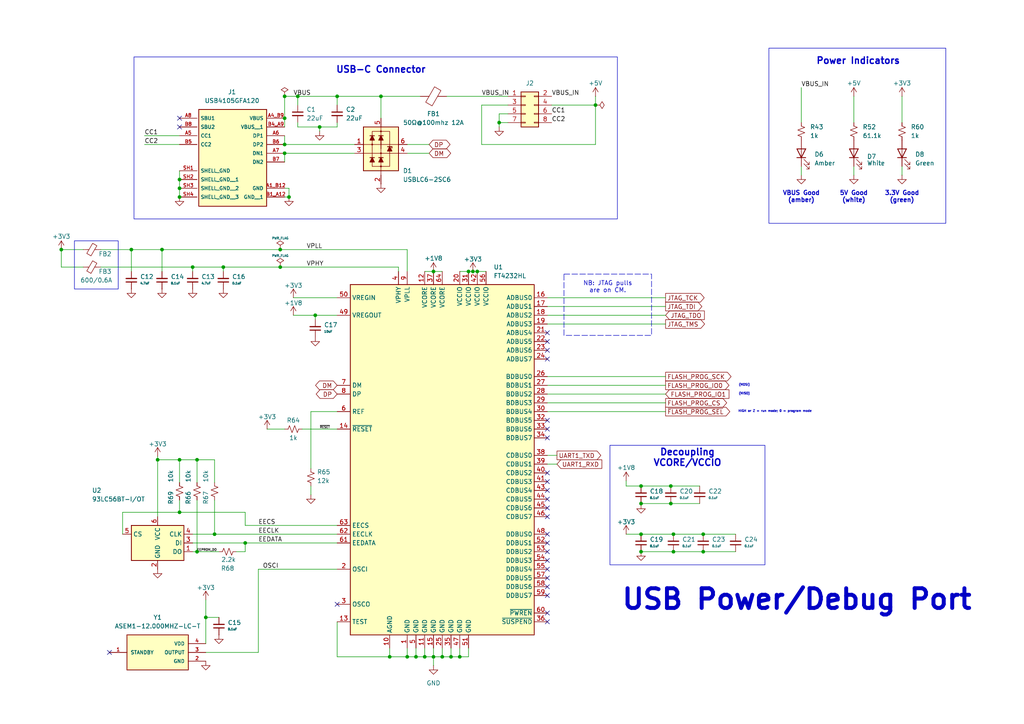
<source format=kicad_sch>
(kicad_sch (version 20231120) (generator "eeschema") (generator_version "8.0")
  (paper "A4")
  (junction (at 91.44 91.44))
  (junction (at 194.564 146.05))
  (junction (at 83.82 57.15))
  (junction (at 135.89 78.74))
  (junction (at 113.03 190.5))
  (junction (at 57.15 160.02))
  (junction (at 128.27 190.5))
  (junction (at 172.72 30.48))
  (junction (at 81.28 72.39))
  (junction (at 185.928 160.02))
  (junction (at 55.88 77.47))
  (junction (at 46.99 72.39))
  (junction (at 133.35 190.5))
  (junction (at 137.16 78.74))
  (junction (at 82.55 27.94))
  (junction (at 92.71 36.83))
  (junction (at 97.79 27.94))
  (junction (at 120.65 190.5))
  (junction (at 138.43 78.74))
  (junction (at 130.81 190.5))
  (junction (at 185.928 146.05))
  (junction (at 38.1 72.39))
  (junction (at 52.07 133.35))
  (junction (at 52.07 148.59))
  (junction (at 52.07 54.61))
  (junction (at 82.55 44.45))
  (junction (at 118.11 190.5))
  (junction (at 45.72 133.35))
  (junction (at 17.78 72.39))
  (junction (at 195.326 160.02))
  (junction (at 125.73 190.5))
  (junction (at 194.564 140.97))
  (junction (at 57.15 133.35))
  (junction (at 71.12 157.48))
  (junction (at 81.28 77.47))
  (junction (at 203.962 154.94))
  (junction (at 52.07 57.15))
  (junction (at 203.962 160.02))
  (junction (at 185.928 140.97))
  (junction (at 125.73 78.74))
  (junction (at 185.928 154.94))
  (junction (at 144.78 35.56))
  (junction (at 110.49 27.94))
  (junction (at 82.55 41.91))
  (junction (at 59.69 179.07))
  (junction (at 62.23 154.94))
  (junction (at 195.326 154.94))
  (junction (at 86.36 27.94))
  (junction (at 82.55 34.29))
  (junction (at 64.77 77.47))
  (junction (at 52.07 52.07))
  (junction (at 123.19 190.5))
  (no_connect (at 158.75 167.64))
  (no_connect (at 52.07 36.83))
  (no_connect (at 158.75 147.32))
  (no_connect (at 52.07 34.29))
  (no_connect (at 158.75 121.92))
  (no_connect (at 31.75 189.23))
  (no_connect (at 158.75 124.46))
  (no_connect (at 158.75 154.94))
  (no_connect (at 158.75 139.7))
  (no_connect (at 158.75 127))
  (no_connect (at 158.75 144.78))
  (no_connect (at 158.75 165.1))
  (no_connect (at 158.75 157.48))
  (no_connect (at 158.75 137.16))
  (no_connect (at 158.75 162.56))
  (no_connect (at 158.75 180.34))
  (no_connect (at 97.79 175.26))
  (no_connect (at 158.75 99.06))
  (no_connect (at 158.75 170.18))
  (no_connect (at 158.75 160.02))
  (no_connect (at 158.75 104.14))
  (no_connect (at 158.75 172.72))
  (no_connect (at 158.75 96.52))
  (no_connect (at 158.75 149.86))
  (no_connect (at 158.75 142.24))
  (no_connect (at 158.75 177.8))
  (no_connect (at 158.75 101.6))
  (wire (pts (xy 144.78 33.02) (xy 147.32 33.02)))
  (wire (pts (xy 59.69 179.07) (xy 59.69 186.69)))
  (wire (pts (xy 59.69 179.07) (xy 63.5 179.07)))
  (wire (pts (xy 125.73 193.04) (xy 125.73 190.5)))
  (wire (pts (xy 193.04 114.3) (xy 158.75 114.3)))
  (wire (pts (xy 137.16 78.74) (xy 138.43 78.74)))
  (wire (pts (xy 130.81 187.96) (xy 130.81 190.5)))
  (wire (pts (xy 203.962 154.94) (xy 213.36 154.94)))
  (wire (pts (xy 83.82 54.61) (xy 82.55 54.61)))
  (wire (pts (xy 118.11 41.91) (xy 124.46 41.91)))
  (wire (pts (xy 118.11 44.45) (xy 124.46 44.45)))
  (wire (pts (xy 64.77 78.74) (xy 64.77 77.47)))
  (wire (pts (xy 144.78 35.56) (xy 147.32 35.56)))
  (wire (pts (xy 232.41 25.4) (xy 232.41 35.56)))
  (wire (pts (xy 45.72 133.35) (xy 52.07 133.35)))
  (wire (pts (xy 55.88 160.02) (xy 57.15 160.02)))
  (wire (pts (xy 55.88 157.48) (xy 71.12 157.48)))
  (wire (pts (xy 91.44 92.71) (xy 91.44 91.44)))
  (wire (pts (xy 45.72 133.35) (xy 45.72 149.86)))
  (wire (pts (xy 120.65 190.5) (xy 118.11 190.5)))
  (wire (pts (xy 133.35 190.5) (xy 130.81 190.5)))
  (wire (pts (xy 92.71 38.1) (xy 92.71 36.83)))
  (wire (pts (xy 57.15 145.034) (xy 57.15 160.02)))
  (wire (pts (xy 118.11 190.5) (xy 118.11 187.96)))
  (wire (pts (xy 35.56 148.59) (xy 35.56 154.94)))
  (wire (pts (xy 123.19 190.5) (xy 120.65 190.5)))
  (wire (pts (xy 261.62 27.94) (xy 261.62 35.56)))
  (wire (pts (xy 52.07 133.35) (xy 57.15 133.35)))
  (wire (pts (xy 24.13 72.39) (xy 17.78 72.39)))
  (wire (pts (xy 118.11 72.39) (xy 118.11 78.74)))
  (wire (pts (xy 52.07 145.034) (xy 52.07 148.59)))
  (wire (pts (xy 82.55 44.45) (xy 82.55 46.99)))
  (wire (pts (xy 185.928 154.94) (xy 195.326 154.94)))
  (wire (pts (xy 125.73 187.96) (xy 125.73 190.5)))
  (wire (pts (xy 68.58 160.02) (xy 71.12 160.02)))
  (wire (pts (xy 74.93 165.1) (xy 97.79 165.1)))
  (wire (pts (xy 71.12 160.02) (xy 71.12 157.48)))
  (wire (pts (xy 158.75 86.36) (xy 193.04 86.36)))
  (wire (pts (xy 194.564 146.05) (xy 202.946 146.05)))
  (wire (pts (xy 62.23 133.35) (xy 62.23 139.954)))
  (wire (pts (xy 261.62 50.8) (xy 261.62 48.26)))
  (wire (pts (xy 193.04 111.76) (xy 158.75 111.76)))
  (wire (pts (xy 139.7 41.91) (xy 172.72 41.91)))
  (wire (pts (xy 139.7 30.48) (xy 139.7 41.91)))
  (wire (pts (xy 139.7 30.48) (xy 147.32 30.48)))
  (wire (pts (xy 185.928 146.304) (xy 185.928 146.05)))
  (wire (pts (xy 123.19 78.74) (xy 125.73 78.74)))
  (wire (pts (xy 29.21 72.39) (xy 38.1 72.39)))
  (wire (pts (xy 193.04 116.84) (xy 158.75 116.84)))
  (wire (pts (xy 203.962 160.02) (xy 213.36 160.02)))
  (wire (pts (xy 125.73 78.74) (xy 128.27 78.74)))
  (wire (pts (xy 82.55 44.45) (xy 102.87 44.45)))
  (wire (pts (xy 172.72 41.91) (xy 172.72 30.48)))
  (wire (pts (xy 128.27 187.96) (xy 128.27 190.5)))
  (wire (pts (xy 86.36 36.83) (xy 92.71 36.83)))
  (wire (pts (xy 52.07 133.35) (xy 52.07 139.954)))
  (wire (pts (xy 86.36 27.94) (xy 97.79 27.94)))
  (wire (pts (xy 74.93 165.1) (xy 74.93 189.23)))
  (wire (pts (xy 64.77 77.47) (xy 55.88 77.47)))
  (wire (pts (xy 97.79 30.48) (xy 97.79 27.94)))
  (wire (pts (xy 86.36 36.83) (xy 86.36 35.56)))
  (wire (pts (xy 77.47 124.46) (xy 82.55 124.46)))
  (wire (pts (xy 195.326 154.94) (xy 203.962 154.94)))
  (wire (pts (xy 82.55 39.37) (xy 82.55 41.91)))
  (wire (pts (xy 185.928 140.97) (xy 194.564 140.97)))
  (wire (pts (xy 97.79 180.34) (xy 97.79 190.5)))
  (wire (pts (xy 64.77 77.47) (xy 81.28 77.47)))
  (wire (pts (xy 86.36 30.48) (xy 86.36 27.94)))
  (wire (pts (xy 135.89 187.96) (xy 135.89 190.5)))
  (wire (pts (xy 62.23 145.034) (xy 62.23 154.94)))
  (wire (pts (xy 181.61 139.446) (xy 181.61 140.97)))
  (wire (pts (xy 46.99 72.39) (xy 46.99 78.74)))
  (wire (pts (xy 24.13 77.47) (xy 17.78 77.47)))
  (wire (pts (xy 144.78 36.83) (xy 144.78 35.56)))
  (wire (pts (xy 35.56 148.59) (xy 52.07 148.59)))
  (wire (pts (xy 135.89 190.5) (xy 133.35 190.5)))
  (wire (pts (xy 232.41 50.8) (xy 232.41 48.26)))
  (wire (pts (xy 113.03 190.5) (xy 113.03 187.96)))
  (wire (pts (xy 144.78 33.02) (xy 144.78 35.56)))
  (wire (pts (xy 133.35 78.74) (xy 135.89 78.74)))
  (wire (pts (xy 57.15 133.35) (xy 57.15 139.954)))
  (wire (pts (xy 185.928 160.02) (xy 195.326 160.02)))
  (wire (pts (xy 97.79 36.83) (xy 97.79 35.56)))
  (wire (pts (xy 41.91 41.91) (xy 52.07 41.91)))
  (wire (pts (xy 29.21 77.47) (xy 55.88 77.47)))
  (wire (pts (xy 55.88 154.94) (xy 62.23 154.94)))
  (wire (pts (xy 91.44 91.44) (xy 97.79 91.44)))
  (wire (pts (xy 133.35 187.96) (xy 133.35 190.5)))
  (wire (pts (xy 71.12 148.59) (xy 52.07 148.59)))
  (wire (pts (xy 38.1 72.39) (xy 46.99 72.39)))
  (wire (pts (xy 194.564 140.97) (xy 202.946 140.97)))
  (wire (pts (xy 55.88 77.47) (xy 55.88 78.74)))
  (wire (pts (xy 52.07 49.53) (xy 52.07 52.07)))
  (wire (pts (xy 85.09 86.36) (xy 97.79 86.36)))
  (wire (pts (xy 158.75 88.9) (xy 193.04 88.9)))
  (wire (pts (xy 129.54 27.94) (xy 147.32 27.94)))
  (wire (pts (xy 52.07 57.15) (xy 52.07 54.61)))
  (wire (pts (xy 45.72 132.334) (xy 45.72 133.35)))
  (wire (pts (xy 97.79 190.5) (xy 113.03 190.5)))
  (wire (pts (xy 82.55 41.91) (xy 102.87 41.91)))
  (wire (pts (xy 81.28 72.39) (xy 118.11 72.39)))
  (wire (pts (xy 41.91 39.37) (xy 52.07 39.37)))
  (wire (pts (xy 17.78 72.39) (xy 17.78 77.47)))
  (wire (pts (xy 195.326 160.02) (xy 203.962 160.02)))
  (wire (pts (xy 71.12 152.4) (xy 97.79 152.4)))
  (wire (pts (xy 120.65 190.5) (xy 120.65 187.96)))
  (wire (pts (xy 125.73 190.5) (xy 123.19 190.5)))
  (wire (pts (xy 185.928 146.05) (xy 194.564 146.05)))
  (wire (pts (xy 82.55 34.29) (xy 82.55 36.83)))
  (wire (pts (xy 247.65 27.94) (xy 247.65 35.56)))
  (wire (pts (xy 118.11 190.5) (xy 113.03 190.5)))
  (wire (pts (xy 115.57 77.47) (xy 115.57 78.74)))
  (wire (pts (xy 71.12 152.4) (xy 71.12 148.59)))
  (wire (pts (xy 138.43 78.74) (xy 140.97 78.74)))
  (wire (pts (xy 52.07 54.61) (xy 52.07 52.07)))
  (wire (pts (xy 83.82 54.61) (xy 83.82 57.15)))
  (wire (pts (xy 90.17 119.38) (xy 90.17 135.89)))
  (wire (pts (xy 123.19 187.96) (xy 123.19 190.5)))
  (wire (pts (xy 161.544 132.08) (xy 158.75 132.08)))
  (wire (pts (xy 46.99 72.39) (xy 81.28 72.39)))
  (wire (pts (xy 83.82 57.15) (xy 82.55 57.15)))
  (wire (pts (xy 135.89 78.74) (xy 137.16 78.74)))
  (wire (pts (xy 97.79 27.94) (xy 110.49 27.94)))
  (wire (pts (xy 85.09 91.44) (xy 91.44 91.44)))
  (wire (pts (xy 92.71 36.83) (xy 97.79 36.83)))
  (wire (pts (xy 57.15 160.02) (xy 63.5 160.02)))
  (wire (pts (xy 71.12 157.48) (xy 97.79 157.48)))
  (wire (pts (xy 87.63 124.46) (xy 97.79 124.46)))
  (wire (pts (xy 247.65 50.8) (xy 247.65 48.26)))
  (wire (pts (xy 90.17 119.38) (xy 97.79 119.38)))
  (wire (pts (xy 158.75 93.98) (xy 193.04 93.98)))
  (wire (pts (xy 90.17 140.97) (xy 90.17 143.51)))
  (wire (pts (xy 82.55 27.94) (xy 86.36 27.94)))
  (wire (pts (xy 81.28 77.47) (xy 115.57 77.47)))
  (wire (pts (xy 193.04 109.22) (xy 158.75 109.22)))
  (wire (pts (xy 38.1 72.39) (xy 38.1 78.74)))
  (wire (pts (xy 57.15 133.35) (xy 62.23 133.35)))
  (wire (pts (xy 160.02 30.48) (xy 172.72 30.48)))
  (wire (pts (xy 82.55 27.94) (xy 82.55 34.29)))
  (wire (pts (xy 62.23 154.94) (xy 97.79 154.94)))
  (wire (pts (xy 59.69 173.99) (xy 59.69 179.07)))
  (wire (pts (xy 128.27 190.5) (xy 125.73 190.5)))
  (wire (pts (xy 74.93 189.23) (xy 59.69 189.23)))
  (wire (pts (xy 158.75 91.44) (xy 193.04 91.44)))
  (wire (pts (xy 110.49 27.94) (xy 121.92 27.94)))
  (wire (pts (xy 181.61 154.94) (xy 185.928 154.94)))
  (wire (pts (xy 193.04 119.38) (xy 158.75 119.38)))
  (wire (pts (xy 110.49 27.94) (xy 110.49 34.29)))
  (wire (pts (xy 172.72 27.94) (xy 172.72 30.48)))
  (wire (pts (xy 130.81 190.5) (xy 128.27 190.5)))
  (wire (pts (xy 181.61 140.97) (xy 185.928 140.97)))
  (wire (pts (xy 161.544 134.62) (xy 158.75 134.62)))
  (rectangle (start 163.576 79.502) (end 188.976 97.282) (stroke (width 0) (type dash)))
  (rectangle (start 223.012 13.97) (end 274.32 64.77))
  (rectangle (start 21.59 69.85) (end 34.29 83.82))
  (rectangle (start 38.862 16.51) (end 179.07 63.5))
  (rectangle (start 176.911 129.159) (end 221.869 163.83))
  (text "USB-C Connector" (at 110.49 20.32 0) (effects (font (size 1.905 1.905) (thickness 0.381) (bold yes))))
  (text "(MISO)" (at 215.9 114.3 0) (effects (font (size 0.635 0.635))))
  (text "3.3V Good\n(green)" (at 261.62 57.15 0) (effects (font (size 1.27 1.27) (thickness 0.254) (bold yes))))
  (text "Power Indicators" (at 248.92 17.78 0) (effects (font (size 1.905 1.905) (thickness 0.381) (bold yes))))
  (text "USB Power/Debug Port" (at 231.14 173.99 0) (effects (font (size 5.715 5.715) (bold yes))))
  (text "(MOSI)" (at 215.9 111.76 0) (effects (font (size 0.635 0.635))))
  (text "Decoupling\nVCORE/VCCIO" (at 199.39 132.842 0) (effects (font (size 1.905 1.905) (thickness 0.381) (bold yes))))
  (text "HIGH or Z = run mode; 0 = program mode" (at 224.79 119.38 0) (effects (font (size 0.635 0.635))))
  (text "VBUS Good\n(amber)" (at 232.41 57.15 0) (effects (font (size 1.27 1.27) (thickness 0.254) (bold yes))))
  (text "5V Good\n(white)" (at 247.65 57.15 0) (effects (font (size 1.27 1.27) (thickness 0.254) (bold yes))))
  (text "NB: JTAG pulls\nare on CM." (at 176.276 83.312 0) (effects (font (size 1.27 1.27))))
  (label "~{RESET}" (at 92.71 124.46 0) (effects (font (size 0.635 0.635) (bold yes))))
  (label "CC1" (at 41.91 39.37 0))
  (label "CC1" (at 160.02 33.02 0))
  (label "VBUS_IN" (at 160.02 27.94 0))
  (label "EEPROM_DO" (at 57.15 160.02 0) (effects (font (size 0.635 0.635) (bold yes))))
  (label "OSCI" (at 76.2 165.1 0))
  (label "CC2" (at 160.02 35.56 0))
  (label "EEDATA" (at 74.93 157.48 0))
  (label "VBUS_IN" (at 139.7 27.94 0))
  (label "EECS" (at 74.93 152.4 0))
  (label "VPLL" (at 88.9 72.39 0))
  (label "VBUS_IN" (at 232.41 25.4 0))
  (label "CC2" (at 41.91 41.91 0))
  (label "EECLK" (at 74.93 154.94 0))
  (label "VPHY" (at 88.9 77.47 0))
  (label "VBUS" (at 90.17 27.94 180))
  (global_label "JTAG_TDO" (shape input) (at 193.04 91.44 0) (property "Intersheetrefs" "${INTERSHEET_REFS}" (effects (hide yes))))
  (global_label "FLASH_PROG_SCK" (shape output) (at 193.04 109.22 0) (property "Intersheetrefs" "${INTERSHEET_REFS}" (effects (hide yes))))
  (global_label "~{FLASH_PROG_SEL}" (shape output) (at 193.04 119.38 0) (property "Intersheetrefs" "${INTERSHEET_REFS}" (effects (hide yes))))
  (global_label "UART1_TXD" (shape output) (at 161.544 132.08 0) (property "Intersheetrefs" "${INTERSHEET_REFS}" (effects (hide yes))))
  (global_label "DP" (shape bidirectional) (at 97.79 114.3 180) (property "Intersheetrefs" "${INTERSHEET_REFS}" (effects (hide yes))))
  (global_label "FLASH_PROG_IO0" (shape output) (at 193.04 111.76 0) (property "Intersheetrefs" "${INTERSHEET_REFS}" (effects (hide yes))))
  (global_label "DP" (shape bidirectional) (at 124.46 41.91 0) (property "Intersheetrefs" "${INTERSHEET_REFS}" (effects (hide yes))))
  (global_label "JTAG_TCK" (shape output) (at 193.04 86.36 0) (property "Intersheetrefs" "${INTERSHEET_REFS}" (effects (hide yes))))
  (global_label "FLASH_PROG_IO1" (shape input) (at 193.04 114.3 0) (property "Intersheetrefs" "${INTERSHEET_REFS}" (effects (hide yes))))
  (global_label "JTAG_TDI" (shape output) (at 193.04 88.9 0) (property "Intersheetrefs" "${INTERSHEET_REFS}" (effects (hide yes))))
  (global_label "DM" (shape bidirectional) (at 97.79 111.76 180) (property "Intersheetrefs" "${INTERSHEET_REFS}" (effects (hide yes))))
  (global_label "JTAG_TMS" (shape output) (at 193.04 93.98 0) (property "Intersheetrefs" "${INTERSHEET_REFS}" (effects (hide yes))))
  (global_label "DM" (shape bidirectional) (at 124.46 44.45 0) (property "Intersheetrefs" "${INTERSHEET_REFS}" (effects (hide yes))))
  (global_label "UART1_RXD" (shape input) (at 161.544 134.62 0) (property "Intersheetrefs" "${INTERSHEET_REFS}" (effects (hide yes))))
  (global_label "FLASH_PROG_CS" (shape output) (at 193.04 116.84 0) (property "Intersheetrefs" "${INTERSHEET_REFS}" (effects (hide yes))))
  (symbol (lib_id "Device:FerriteBead") (at 125.73 27.94 90) (unit 1)
    (property "Reference" "FB1" (at 125.73 33.02 90))
    (property "Value" "50Ω@100mhz 12A" (at 125.73 35.56 90))
    (property "Footprint" "Inductor_SMD:L_1206_3216Metric_Pad1.42x1.75mm_HandSolder" (effects (hide yes)))
    (property "Datasheet" "https://www.murata.com/en-us/products/productdata/8796751200286/QNFA9115.pdf" (effects (hide yes)))
    (property "Description" "Ferrite bead" (effects (hide yes)))
    (property "Digikey" "https://www.digikey.com/en/products/detail/murata-electronics/BLM31SN500SZ1L/5881255" (effects (hide yes)))
    (property "Mfgr" "Murata" (effects (hide yes)))
    (property "MPN" "BLM31SN500SZ1L" (effects (hide yes)))
  )
  (symbol (lib_id "power:PWR_FLAG") (at 172.72 30.48 270) (unit 1)
    (property "Reference" "#FLG01" (effects (hide yes)))
    (property "Value" "PWR_FLAG" (effects (hide yes)))
    (property "Description" "Special symbol for telling ERC where power comes from" (effects (hide yes)))
  )
  (symbol (lib_id "power:GND") (at 261.62 50.8 0) (unit 1)
    (property "Reference" "#PWR012" (effects (hide yes)))
    (property "Value" "GND" (effects (hide yes)))
    (property "Description" "Power symbol creates a global label with name \"GND\" , ground" (effects (hide yes)))
  )
  (symbol (lib_id "power:GND") (at 52.07 57.15 0) (unit 1)
    (property "Reference" "#PWR01" (effects (hide yes)))
    (property "Value" "GND" (effects (hide yes)))
    (property "Description" "Power symbol creates a global label with name \"GND\" , ground" (effects (hide yes)))
  )
  (symbol (lib_id "power:GND") (at 90.17 143.51 0) (unit 1)
    (property "Reference" "#PWR060" (effects (hide yes)))
    (property "Value" "GND" (effects (hide yes)))
    (property "Description" "Power symbol creates a global label with name \"GND\" , ground" (effects (hide yes)))
  )
  (symbol (lib_id "power:GND") (at 110.49 53.34 0) (unit 1)
    (property "Reference" "#PWR04" (effects (hide yes)))
    (property "Value" "GND" (effects (hide yes)))
    (property "Description" "Power symbol creates a global label with name \"GND\" , ground" (effects (hide yes)))
  )
  (symbol (lib_id "Device:R_Small_US") (at 66.04 160.02 90) (unit 1)
    (property "Reference" "R68" (at 66.04 164.846 90))
    (property "Value" "2.2k" (at 66.294 162.306 90))
    (property "Footprint" "PCM_Resistor_SMD_AKL:R_0805_2012Metric_Pad1.15x1.40mm_HandSolder" (effects (hide yes)))
    (property "Description" "Resistor, small US symbol" (effects (hide yes)))
    (property "Digikey" "https://www.digikey.com/en/products/detail/yageo/RC0805FR-072K2L/727676" (effects (hide yes)))
    (property "Mfgr" "YAGEO" (effects (hide yes)))
    (property "MPN" "RC0805FR-072K2L" (effects (hide yes)))
  )
  (symbol (lib_id "Memory_EEPROM:93LCxxBxxOT") (at 45.72 157.48 0) (unit 1)
    (property "Reference" "U2" (at 26.67 142.24 0) (effects (justify left)))
    (property "Value" "93LC56BT-I/OT	" (at 26.67 144.78 0) (effects (justify left)))
    (property "Footprint" "Package_TO_SOT_SMD:SOT-23-6" (effects (hide yes)))
    (property "Datasheet" "http://ww1.microchip.com/downloads/en/DeviceDoc/20001749K.pdf" (effects (hide yes)))
    (property "Description" "Serial EEPROM, 93 Series, 2.5V, SOT-23-6" (effects (hide yes)))
    (property "Digikey" "https://www.digikey.com/en/products/detail/microchip-technology/93LC56BT-I-OT/572825" (effects (hide yes)))
    (property "Mfgr" "Microchip" (effects (hide yes)))
    (property "MPN" "93LC56BT-I/OT" (effects (hide yes)))
  )
  (symbol (lib_id "power:PWR_FLAG") (at 82.55 27.94 0) (unit 1)
    (property "Reference" "#FLG05" (effects (hide yes)))
    (property "Value" "PWR_FLAG" (effects (hide yes)))
    (property "Description" "Special symbol for telling ERC where power comes from" (effects (hide yes)))
  )
  (symbol (lib_id "Device:C_Small") (at 46.99 81.28 180) (unit 1)
    (property "Reference" "C14" (at 49.53 80.264 0) (effects (justify right)))
    (property "Value" "0.1uF" (at 49.53 82.1691 0) (effects (font (size 0.635 0.635)) (justify right)))
    (property "Footprint" "Capacitor_SMD:C_0805_2012Metric_Pad1.18x1.45mm_HandSolder" (effects (hide yes)))
    (property "Description" "Unpolarized capacitor, small symbol" (effects (hide yes)))
    (property "Digikey" "https://www.digikey.com/en/products/detail/yageo/CC0805KRX7R9BB104/302874" (effects (hide yes)))
    (property "Mfgr" "YAGEO" (effects (hide yes)))
    (property "MPN" "CC0805KRX7R9BB104" (effects (hide yes)))
  )
  (symbol (lib_id "power:+1V8") (at 125.73 78.74 0) (unit 1)
    (property "Reference" "#PWR065" (effects (hide yes)))
    (property "Value" "+1V8" (at 125.73 74.93 0))
    (property "Description" "Power symbol creates a global label with name \"+1V8\"" (effects (hide yes)))
  )
  (symbol (lib_id "Device:R_Small_US") (at 232.41 38.1 0) (unit 1)
    (property "Reference" "R43" (at 234.95 36.8299 0) (effects (justify left)))
    (property "Value" "1k" (at 234.95 39.3699 0) (effects (justify left)))
    (property "Footprint" "PCM_Resistor_SMD_AKL:R_0805_2012Metric_Pad1.15x1.40mm" (effects (hide yes)))
    (property "Datasheet" "https://www.yageo.com/upload/media/product/products/datasheet/rchip/PYu-RC_Group_51_RoHS_L_12.pdf" (effects (hide yes)))
    (property "Description" "Resistor, small US symbol" (effects (hide yes)))
    (property "Mfgr" "YAGEO" (effects (hide yes)))
    (property "MPN" "RC0805FR-071KL" (effects (hide yes)))
    (property "Digikey" "https://www.digikey.com/en/products/detail/yageo/RC0805FR-071KL/727444" (effects (hide yes)))
  )
  (symbol (lib_id "power:+5V") (at 247.65 27.94 0) (unit 1)
    (property "Reference" "#PWR08" (effects (hide yes)))
    (property "Value" "+5V" (at 247.65 24.13 0))
    (property "Description" "Power symbol creates a global label with name \"+5V\"" (effects (hide yes)))
  )
  (symbol (lib_id "Device:C_Small") (at 213.36 157.48 180) (unit 1)
    (property "Reference" "C24" (at 215.9 156.464 0) (effects (justify right)))
    (property "Value" "0.1uF" (at 215.9 158.3691 0) (effects (font (size 0.635 0.635)) (justify right)))
    (property "Footprint" "Capacitor_SMD:C_0805_2012Metric_Pad1.18x1.45mm_HandSolder" (effects (hide yes)))
    (property "Description" "Unpolarized capacitor, small symbol" (effects (hide yes)))
    (property "Digikey" "https://www.digikey.com/en/products/detail/yageo/CC0805KRX7R9BB104/302874" (effects (hide yes)))
    (property "Mfgr" "YAGEO" (effects (hide yes)))
    (property "MPN" "CC0805KRX7R9BB104" (effects (hide yes)))
  )
  (symbol (lib_id "Device:R_Small_US") (at 261.62 38.1 0) (unit 1)
    (property "Reference" "R60" (at 264.16 36.8299 0) (effects (justify left)))
    (property "Value" "1k" (at 264.16 39.3699 0) (effects (justify left)))
    (property "Footprint" "PCM_Resistor_SMD_AKL:R_0805_2012Metric_Pad1.15x1.40mm" (effects (hide yes)))
    (property "Datasheet" "https://www.yageo.com/upload/media/product/products/datasheet/rchip/PYu-RC_Group_51_RoHS_L_12.pdf" (effects (hide yes)))
    (property "Description" "Resistor, small US symbol" (effects (hide yes)))
    (property "Mfgr" "YAGEO" (effects (hide yes)))
    (property "MPN" "RC0805FR-071KL" (effects (hide yes)))
    (property "Digikey" "https://www.digikey.com/en/products/detail/yageo/RC0805FR-071KL/727444" (effects (hide yes)))
  )
  (symbol (lib_id "Device:FerriteBead_Small") (at 26.67 72.39 90) (unit 1)
    (property "Reference" "FB2" (at 30.48 73.66 90))
    (property "Value" "600/0.6A" (effects (hide yes)))
    (property "Footprint" "Inductor_SMD:L_0805_2012Metric_Pad1.15x1.40mm_HandSolder" (effects (hide yes)))
    (property "Description" "Ferrite bead, small symbol" (effects (hide yes)))
    (property "Digikey" "https://www.digikey.com/en/products/detail/murata-electronics/BLM21AG601SN1D/584251" (effects (hide yes)))
    (property "Mfgr" "Murata" (effects (hide yes)))
    (property "MPN" "BLM21AG601SN1D" (effects (hide yes)))
  )
  (symbol (lib_id "power:+1V8") (at 181.61 139.446 0) (unit 1)
    (property "Reference" "#PWR066" (effects (hide yes)))
    (property "Value" "+1V8" (at 181.61 135.636 0))
    (property "Description" "Power symbol creates a global label with name \"+1V8\"" (effects (hide yes)))
  )
  (symbol (lib_id "PCM_Diode_TVS_AKL:USBLC6-2SC6") (at 110.49 41.91 0) (unit 1)
    (property "Reference" "D1" (at 116.84 49.53 0) (effects (justify left)))
    (property "Value" "USBLC6-2SC6" (at 116.84 52.07 0) (effects (justify left)))
    (property "Footprint" "PCM_Package_TO_SOT_SMD_AKL:SOT-23-6" (effects (hide yes)))
    (property "Datasheet" "https://www.tme.eu/Document/db59d28d28a96c34f26d05f234ff409c/USBLC6-2.pdf" (effects (hide yes)))
    (property "Description" "SOT-23-6 TVS Diode Array, 2 protected lines, positive connection, 5.25V, Alternate KiCAD Library" (effects (hide yes)))
    (property "Digikey" "https://www.digikey.com/en/products/detail/stmicroelectronics/USBLC6-2SC6/1040559" (effects (hide yes)))
    (property "Mfgr" "ST" (effects (hide yes)))
    (property "MPN" "USBLC6-2SC6" (effects (hide yes)))
  )
  (symbol (lib_id "Device:R_Small_US") (at 62.23 142.494 0) (unit 1)
    (property "Reference" "R67" (at 59.69 146.304 90) (effects (justify left)))
    (property "Value" "10k" (at 59.69 139.954 90) (effects (justify left)))
    (property "Footprint" "PCM_Resistor_SMD_AKL:R_0805_2012Metric_Pad1.15x1.40mm_HandSolder" (effects (hide yes)))
    (property "Description" "Resistor, small US symbol" (effects (hide yes)))
    (property "Digikey" "https://www.digikey.com/en/products/detail/yageo/RC0805FR-0710KL/727535" (effects (hide yes)))
    (property "Mfgr" "YAGEO" (effects (hide yes)))
    (property "MPN" "RC0805FR-0710KL" (effects (hide yes)))
  )
  (symbol (lib_id "power:GND") (at 232.41 50.8 0) (unit 1)
    (property "Reference" "#PWR07" (effects (hide yes)))
    (property "Value" "GND" (effects (hide yes)))
    (property "Description" "Power symbol creates a global label with name \"GND\" , ground" (effects (hide yes)))
  )
  (symbol (lib_id "Device:C_Small") (at 38.1 81.28 180) (unit 1)
    (property "Reference" "C12" (at 40.64 80.264 0) (effects (justify right)))
    (property "Value" "4.7uF" (at 40.64 82.1691 0) (effects (font (size 0.635 0.635)) (justify right)))
    (property "Footprint" "Capacitor_SMD:C_0805_2012Metric_Pad1.18x1.45mm_HandSolder" (effects (hide yes)))
    (property "Description" "Unpolarized capacitor, small symbol" (effects (hide yes)))
    (property "Digikey" "https://www.digikey.com/en/products/detail/yageo/CC0805KKX5R8BB475/5195277" (effects (hide yes)))
    (property "Mfgr" "YAGEO" (effects (hide yes)))
    (property "MPN" "CC0805KKX5R8BB475" (effects (hide yes)))
  )
  (symbol (lib_id "Device:C_Small") (at 185.928 143.51 180) (unit 1)
    (property "Reference" "C18" (at 188.468 142.494 0) (effects (justify right)))
    (property "Value" "0.1uF" (at 188.468 144.3991 0) (effects (font (size 0.635 0.635)) (justify right)))
    (property "Footprint" "Capacitor_SMD:C_0805_2012Metric_Pad1.18x1.45mm_HandSolder" (effects (hide yes)))
    (property "Description" "Unpolarized capacitor, small symbol" (effects (hide yes)))
    (property "Digikey" "https://www.digikey.com/en/products/detail/yageo/CC0805KRX7R9BB104/302874" (effects (hide yes)))
    (property "Mfgr" "YAGEO" (effects (hide yes)))
    (property "MPN" "CC0805KRX7R9BB104" (effects (hide yes)))
  )
  (symbol (lib_id "Device:R_Small_US") (at 85.09 124.46 90) (unit 1)
    (property "Reference" "R64" (at 85.09 121.92 90))
    (property "Value" "1k" (at 85.09 127 90))
    (property "Footprint" "PCM_Resistor_SMD_AKL:R_0805_2012Metric_Pad1.15x1.40mm_HandSolder" (effects (hide yes)))
    (property "Description" "Resistor, small US symbol" (effects (hide yes)))
    (property "Digikey" "https://www.digikey.com/en/products/detail/yageo/RC0805FR-071KL/727444" (effects (hide yes)))
    (property "Mfgr" "YAGEO" (effects (hide yes)))
    (property "MPN" "RC0805FR-071KL" (effects (hide yes)))
  )
  (symbol (lib_id "power:+3V3") (at 261.62 27.94 0) (unit 1)
    (property "Reference" "#PWR011" (effects (hide yes)))
    (property "Value" "+3V3" (at 261.62 24.13 0))
    (property "Description" "Power symbol creates a global label with name \"+3V3\"" (effects (hide yes)))
  )
  (symbol (lib_id "power:+3V3") (at 137.16 78.74 0) (unit 1)
    (property "Reference" "#PWR071" (effects (hide yes)))
    (property "Value" "+3V3" (at 137.16 75.184 0))
    (property "Description" "Power symbol creates a global label with name \"+3V3\"" (effects (hide yes)))
  )
  (symbol (lib_id "Device:C_Small") (at 63.5 181.61 180) (unit 1)
    (property "Reference" "C15" (at 66.04 180.594 0) (effects (justify right)))
    (property "Value" "0.1uF" (at 66.04 182.4991 0) (effects (font (size 0.635 0.635)) (justify right)))
    (property "Footprint" "Capacitor_SMD:C_0805_2012Metric_Pad1.18x1.45mm_HandSolder" (effects (hide yes)))
    (property "Description" "Unpolarized capacitor, small symbol" (effects (hide yes)))
  )
  (symbol (lib_id "Device:R_Small_US") (at 52.07 142.494 0) (unit 1)
    (property "Reference" "R69" (at 49.53 146.304 90) (effects (justify left)))
    (property "Value" "10k" (at 49.53 139.954 90) (effects (justify left)))
    (property "Footprint" "PCM_Resistor_SMD_AKL:R_0805_2012Metric_Pad1.15x1.40mm_HandSolder" (effects (hide yes)))
    (property "Description" "Resistor, small US symbol" (effects (hide yes)))
    (property "Digikey" "https://www.digikey.com/en/products/detail/yageo/RC0805FR-0710KL/727535" (effects (hide yes)))
    (property "Mfgr" "YAGEO" (effects (hide yes)))
    (property "MPN" "RC0805FR-0710KL" (effects (hide yes)))
  )
  (symbol (lib_id "power:PWR_FLAG") (at 81.28 72.39 0) (unit 1)
    (property "Reference" "#FLG03" (effects (hide yes)))
    (property "Value" "PWR_FLAG" (at 81.28 69.088 0) (effects (font (size 0.635 0.635))))
    (property "Description" "Special symbol for telling ERC where power comes from" (effects (hide yes)))
  )
  (symbol (lib_id "power:+3V3") (at 45.72 132.334 0) (unit 1)
    (property "Reference" "#PWR052" (effects (hide yes)))
    (property "Value" "+3V3" (at 45.72 128.778 0))
    (property "Description" "Power symbol creates a global label with name \"+3V3\"" (effects (hide yes)))
  )
  (symbol (lib_id "power:GND") (at 144.78 36.83 0) (unit 1)
    (property "Reference" "#PWR029" (effects (hide yes)))
    (property "Value" "GND" (effects (hide yes)))
    (property "Description" "Power symbol creates a global label with name \"GND\" , ground" (effects (hide yes)))
  )
  (symbol (lib_id "Device:R_Small_US") (at 247.65 38.1 0) (unit 1)
    (property "Reference" "R52" (at 250.19 36.8299 0) (effects (justify left)))
    (property "Value" "61.1k" (at 250.19 39.3699 0) (effects (justify left)))
    (property "Footprint" "PCM_Resistor_SMD_AKL:R_0805_2012Metric_Pad1.15x1.40mm_HandSolder" (effects (hide yes)))
    (property "Datasheet" "https://www.yageo.com/upload/media/product/products/datasheet/rchip/PYu-RC_Group_51_RoHS_L_12.pdf" (effects (hide yes)))
    (property "Description" "Resistor, small US symbol" (effects (hide yes)))
    (property "Digikey" "https://www.digikey.com/en/products/detail/yageo/RC0805FR-0768R1L/728099" (effects (hide yes)))
    (property "Mfgr" "YAGEO" (effects (hide yes)))
    (property "MPN" "RC0805FR-0768R1L" (effects (hide yes)))
  )
  (symbol (lib_id "power:+3V3") (at 17.78 72.39 0) (unit 1)
    (property "Reference" "#PWR049" (effects (hide yes)))
    (property "Value" "+3V3" (at 17.78 68.58 0))
    (property "Description" "Power symbol creates a global label with name \"+3V3\"" (effects (hide yes)))
  )
  (symbol (lib_id "power:PWR_FLAG") (at 81.28 77.47 0) (unit 1)
    (property "Reference" "#FLG04" (effects (hide yes)))
    (property "Value" "PWR_FLAG" (at 81.28 74.168 0) (effects (font (size 0.635 0.635))))
    (property "Description" "Special symbol for telling ERC where power comes from" (effects (hide yes)))
  )
  (symbol (lib_id "Device:R_Small_US") (at 90.17 138.43 0) (unit 1)
    (property "Reference" "R65" (at 91.948 136.906 0) (effects (justify left)))
    (property "Value" "12k" (at 91.948 139.446 0) (effects (justify left)))
    (property "Footprint" "PCM_Resistor_SMD_AKL:R_0805_2012Metric_Pad1.15x1.40mm_HandSolder" (effects (hide yes)))
    (property "Description" "Resistor, small US symbol" (effects (hide yes)))
    (property "Digikey" "https://www.digikey.com/en/products/detail/yageo/RC0805FR-0712KL/727568" (effects (hide yes)))
    (property "Mfgr" "YAGEO" (effects (hide yes)))
    (property "MPN" "RC0805FR-0712KL" (effects (hide yes)))
  )
  (symbol (lib_id "power:GND") (at 91.44 97.79 0) (unit 1)
    (property "Reference" "#PWR064" (effects (hide yes)))
    (property "Value" "GND" (effects (hide yes)))
    (property "Description" "Power symbol creates a global label with name \"GND\" , ground" (effects (hide yes)))
  )
  (symbol (lib_id "Device:C_Small") (at 202.946 143.51 180) (unit 1)
    (property "Reference" "C22" (at 205.486 142.494 0) (effects (justify right)))
    (property "Value" "0.1uF" (at 205.486 144.3991 0) (effects (font (size 0.635 0.635)) (justify right)))
    (property "Footprint" "Capacitor_SMD:C_0805_2012Metric_Pad1.18x1.45mm_HandSolder" (effects (hide yes)))
    (property "Description" "Unpolarized capacitor, small symbol" (effects (hide yes)))
    (property "Digikey" "https://www.digikey.com/en/products/detail/yageo/CC0805KRX7R9BB104/302874" (effects (hide yes)))
    (property "Mfgr" "YAGEO" (effects (hide yes)))
    (property "MPN" "CC0805KRX7R9BB104" (effects (hide yes)))
  )
  (symbol (lib_id "power:GND") (at 92.71 38.1 0) (unit 1)
    (property "Reference" "#PWR03" (effects (hide yes)))
    (property "Value" "GND" (effects (hide yes)))
    (property "Description" "Power symbol creates a global label with name \"GND\" , ground" (effects (hide yes)))
  )
  (symbol (lib_id "power:+3V3") (at 181.61 154.94 0) (unit 1)
    (property "Reference" "#PWR067" (effects (hide yes)))
    (property "Value" "+3V3" (at 181.61 151.384 0))
    (property "Description" "Power symbol creates a global label with name \"+3V3\"" (effects (hide yes)))
  )
  (symbol (lib_id "power:GND") (at 125.73 193.04 0) (unit 1)
    (property "Reference" "#PWR070" (effects (hide yes)))
    (property "Value" "GND" (at 125.73 198.12 0))
    (property "Description" "Power symbol creates a global label with name \"GND\" , ground" (effects (hide yes)))
  )
  (symbol (lib_id "Device:C_Small") (at 86.36 33.02 0) (unit 1)
    (property "Reference" "C1" (at 88.9 31.7562 0) (effects (justify left)))
    (property "Value" "22uF" (at 88.9 34.2962 0) (effects (justify left)))
    (property "Footprint" "Capacitor_SMD:C_0805_2012Metric_Pad1.18x1.45mm_HandSolder" (effects (hide yes)))
    (property "Datasheet" "https://product.tdk.com/system/files/dam/doc/product/capacitor/ceramic/mlcc/catalog/mlcc_commercial_general_en.pdf" (effects (hide yes)))
    (property "Description" "Unpolarized capacitor, small symbol" (effects (hide yes)))
    (property "Digikey" "https://www.digikey.com/en/products/detail/tdk-corporation/C2012X5R1V226M125AC/3951664" (effects (hide yes)))
    (property "Mfgr" "TDK" (effects (hide yes)))
    (property "MPN" "C2012X5R1V226M125AC" (effects (hide yes)))
  )
  (symbol (lib_id "Device:LED") (at 232.41 44.45 90) (unit 1)
    (property "Reference" "D6" (at 236.22 44.7674 90) (effects (justify right)))
    (property "Value" "Amber" (at 236.22 47.3074 90) (effects (justify right)))
    (property "Footprint" "Wurth-150080xS7500-Series:Wurth_150080xS7500_0805" (effects (hide yes)))
    (property "Datasheet" "https://www.we-online.com/components/products/datasheet/150080AS75000.pdf" (effects (hide yes)))
    (property "Description" "Light emitting diode" (effects (hide yes)))
    (property "Digikey" "https://www.digikey.com/en/products/detail/w%C3%BCrth-elektronik/150080AS75000/11479384" (effects (hide yes)))
    (property "Mfgr" "Wurth" (effects (hide yes)))
    (property "MPN" "150080AS75000" (effects (hide yes)))
  )
  (symbol (lib_id "USB4105_GF_A_120:USB4105GFA120") (at 66.04 44.45 0) (unit 1)
    (property "Reference" "J1" (at 67.31 26.67 0))
    (property "Value" "USB4105GFA120" (at 67.31 29.21 0))
    (property "Footprint" "USB4105_GF_A_120:GCT_USB4105GFA120" (effects (hide yes)))
    (property "Datasheet" "https://mm.digikey.com/Volume0/opasdata/d220001/medias/docus/5702/USB4105%20-%20Product%20Drawing.pdf" (effects (hide yes)))
    (property "Mfgr" "GCT" (effects (hide yes)))
    (property "MPN" "USB4105-GF-A-120" (effects (hide yes)))
    (property "Digikey" "https://www.digikey.com/en/products/detail/gct/USB4105-GF-A-120/14559037" (effects (hide yes)))
  )
  (symbol (lib_id "power:GND") (at 59.69 191.77 0) (unit 1)
    (property "Reference" "#PWR058" (effects (hide yes)))
    (property "Value" "GND" (effects (hide yes)))
    (property "Description" "Power symbol creates a global label with name \"GND\" , ground" (effects (hide yes)))
  )
  (symbol (lib_id "Device:C_Small") (at 195.326 157.48 180) (unit 1)
    (property "Reference" "C21" (at 197.866 156.464 0) (effects (justify right)))
    (property "Value" "0.1uF" (at 197.866 158.3691 0) (effects (font (size 0.635 0.635)) (justify right)))
    (property "Footprint" "Capacitor_SMD:C_0805_2012Metric_Pad1.18x1.45mm_HandSolder" (effects (hide yes)))
    (property "Description" "Unpolarized capacitor, small symbol" (effects (hide yes)))
    (property "Digikey" "https://www.digikey.com/en/products/detail/yageo/CC0805KRX7R9BB104/302874" (effects (hide yes)))
    (property "Mfgr" "YAGEO" (effects (hide yes)))
    (property "MPN" "CC0805KRX7R9BB104" (effects (hide yes)))
  )
  (symbol (lib_id "power:GND") (at 46.99 83.82 0) (unit 1)
    (property "Reference" "#PWR057" (effects (hide yes)))
    (property "Value" "GND" (effects (hide yes)))
    (property "Description" "Power symbol creates a global label with name \"GND\" , ground" (effects (hide yes)))
  )
  (symbol (lib_id "Device:C_Small") (at 55.88 81.28 180) (unit 1)
    (property "Reference" "C13" (at 58.42 80.264 0) (effects (justify right)))
    (property "Value" "4.7uF" (at 58.42 82.1691 0) (effects (font (size 0.635 0.635)) (justify right)))
    (property "Footprint" "Capacitor_SMD:C_0805_2012Metric_Pad1.18x1.45mm_HandSolder" (effects (hide yes)))
    (property "Description" "Unpolarized capacitor, small symbol" (effects (hide yes)))
    (property "Digikey" "https://www.digikey.com/en/products/detail/yageo/CC0805KKX5R8BB475/5195277" (effects (hide yes)))
    (property "Mfgr" "YAGEO" (effects (hide yes)))
    (property "MPN" "CC0805KKX5R8BB475" (effects (hide yes)))
  )
  (symbol (lib_id "power:GND") (at 247.65 50.8 0) (unit 1)
    (property "Reference" "#PWR09" (effects (hide yes)))
    (property "Value" "GND" (effects (hide yes)))
    (property "Description" "Power symbol creates a global label with name \"GND\" , ground" (effects (hide yes)))
  )
  (symbol (lib_id "power:GND") (at 83.82 57.15 0) (unit 1)
    (property "Reference" "#PWR02" (effects (hide yes)))
    (property "Value" "GND" (effects (hide yes)))
    (property "Description" "Power symbol creates a global label with name \"GND\" , ground" (effects (hide yes)))
  )
  (symbol (lib_id "Connector_Generic:Conn_02x04_Odd_Even") (at 152.4 30.48 0) (unit 1)
    (property "Reference" "J2" (at 153.67 24.13 0))
    (property "Value" "Conn_02x04_Odd_Even" (effects (hide yes)))
    (property "Footprint" "Connector_PinSocket_2.54mm:PinSocket_2x04_P2.54mm_Vertical" (effects (hide yes)))
    (property "Datasheet" "https://app.adam-tech.com/products/download/data_sheet/202893/rs2-xx-g-data-sheet.pdf" (effects (hide yes)))
    (property "Description" "Generic connector, double row, 02x04, odd/even pin numbering scheme (row 1 odd numbers, row 2 even numbers), script generated (kicad-library-utils/schlib/autogen/connector/)" (effects (hide yes)))
    (property "MPN" "RS2-08-G" (effects (hide yes)))
    (property "Mfgr" "Adam Tech" (effects (hide yes)))
    (property "Digikey" "https://www.digikey.com/en/products/detail/adam-tech/RS2-08-G/9832057" (effects (hide yes)))
  )
  (symbol (lib_id "ASEM1_12_000MHZ_LC_T:ASEM1-12.000MHZ-LC-T") (at 46.99 189.23 0) (unit 1)
    (property "Reference" "Y1" (at 45.72 179.07 0))
    (property "Value" "ASEM1-12.000MHZ-LC-T" (at 45.72 181.61 0))
    (property "Footprint" "ASEM1_12_000MHZ_LC_T:XTAL_ASEM1-12.000MHZ-LC-T" (effects (hide yes)))
    (property "Datasheet" "https://abracon.com/Oscillators/ASEM.pdf" (effects (hide yes)))
    (property "Description" "12mhz oscillator" (effects (hide yes)))
    (property "Mfgr" "Abracon" (effects (hide yes)))
    (property "MPN" "ASEM1-12.000MHZ-LC-T" (effects (hide yes)))
    (property "Digikey" "https://www.digikey.com/en/products/detail/abracon-llc/ASEM1-12-000MHZ-LC-T/1873203?s=N4IgTCBcDaIIICMBOBDAxgewHYAI4GUBRAWQEYBaUsAOgAZ7iAJALXIBkBhcgFRAF0AvkA" (effects (hide yes)))
  )
  (symbol (lib_id "power:GND") (at 38.1 83.82 0) (unit 1)
    (property "Reference" "#PWR051" (effects (hide yes)))
    (property "Value" "GND" (effects (hide yes)))
    (property "Description" "Power symbol creates a global label with name \"GND\" , ground" (effects (hide yes)))
  )
  (symbol (lib_id "power:GND") (at 185.928 160.02 0) (unit 1)
    (property "Reference" "#PWR069" (effects (hide yes)))
    (property "Value" "GND" (effects (hide yes)))
    (property "Description" "Power symbol creates a global label with name \"GND\" , ground" (effects (hide yes)))
  )
  (symbol (lib_id "Device:C_Small") (at 64.77 81.28 180) (unit 1)
    (property "Reference" "C16" (at 67.31 80.264 0) (effects (justify right)))
    (property "Value" "0.1uF" (at 67.31 82.1691 0) (effects (font (size 0.635 0.635)) (justify right)))
    (property "Footprint" "Capacitor_SMD:C_0805_2012Metric_Pad1.18x1.45mm_HandSolder" (effects (hide yes)))
    (property "Description" "Unpolarized capacitor, small symbol" (effects (hide yes)))
    (property "Digikey" "https://www.digikey.com/en/products/detail/yageo/CC0805KRX7R9BB104/302874" (effects (hide yes)))
    (property "Mfgr" "YAGEO" (effects (hide yes)))
    (property "MPN" "CC0805KRX7R9BB104" (effects (hide yes)))
  )
  (symbol (lib_id "power:+3V3") (at 77.47 124.46 0) (unit 1)
    (property "Reference" "#PWR055" (effects (hide yes)))
    (property "Value" "+3V3" (at 77.47 120.904 0))
    (property "Description" "Power symbol creates a global label with name \"+3V3\"" (effects (hide yes)))
  )
  (symbol (lib_id "power:GND") (at 55.88 83.82 0) (unit 1)
    (property "Reference" "#PWR054" (effects (hide yes)))
    (property "Value" "GND" (effects (hide yes)))
    (property "Description" "Power symbol creates a global label with name \"GND\" , ground" (effects (hide yes)))
  )
  (symbol (lib_id "Interface_USB:FT4232H") (at 128.27 134.62 0) (unit 1)
    (property "Reference" "U1" (at 143.1641 77.47 0) (effects (justify left)))
    (property "Value" "FT4232HL" (at 143.1641 80.01 0) (effects (justify left)))
    (property "Footprint" "PCM_Package_QFP_AKL:LQFP-64_10x10mm_P0.5mm" (effects (hide yes)))
    (property "Datasheet" "https://www.ftdichip.com/Support/Documents/DataSheets/ICs/DS_FT4232H.pdf" (effects (hide yes)))
    (property "Description" "Hi Speed Quad Channel USB UART/FIFO, LQFP/QFN-64" (effects (hide yes)))
    (property "Digikey" "https://www.digikey.com/en/products/detail/ftdi-future-technology-devices-international-ltd/FT4232HL-REEL/1986055" (effects (hide yes)))
    (property "Mfgr" "FTDI, Future Technology Devices International Ltd" (effects (hide yes)))
    (property "MPN" "FT4232HL-REEL" (effects (hide yes)))
  )
  (symbol (lib_id "power:GND") (at 185.928 146.304 0) (unit 1)
    (property "Reference" "#PWR068" (effects (hide yes)))
    (property "Value" "GND" (effects (hide yes)))
    (property "Description" "Power symbol creates a global label with name \"GND\" , ground" (effects (hide yes)))
  )
  (symbol (lib_id "Device:C_Small") (at 91.44 95.25 180) (unit 1)
    (property "Reference" "C17" (at 93.98 94.234 0) (effects (justify right)))
    (property "Value" "10uF" (at 93.98 96.1391 0) (effects (font (size 0.635 0.635)) (justify right)))
    (property "Footprint" "Capacitor_SMD:C_0805_2012Metric_Pad1.18x1.45mm_HandSolder" (effects (hide yes)))
    (property "Description" "Unpolarized capacitor, small symbol" (effects (hide yes)))
    (property "Digikey" "https://www.digikey.com/en/products/detail/yageo/CC0805KKX5R8BB106/5195275" (effects (hide yes)))
    (property "Mfgr" "YAGEO" (effects (hide yes)))
    (property "MPN" "CC0805KKX5R8BB106" (effects (hide yes)))
  )
  (symbol (lib_id "power:+3V3") (at 85.09 86.36 0) (unit 1)
    (property "Reference" "#PWR062" (effects (hide yes)))
    (property "Value" "+3V3" (at 85.09 82.804 0))
    (property "Description" "Power symbol creates a global label with name \"+3V3\"" (effects (hide yes)))
  )
  (symbol (lib_id "power:+3V3") (at 59.69 173.99 0) (unit 1)
    (property "Reference" "#PWR056" (effects (hide yes)))
    (property "Value" "+3V3" (at 59.69 170.434 0))
    (property "Description" "Power symbol creates a global label with name \"+3V3\"" (effects (hide yes)))
  )
  (symbol (lib_id "Device:R_Small_US") (at 57.15 142.494 0) (unit 1)
    (property "Reference" "R66" (at 54.61 146.304 90) (effects (justify left)))
    (property "Value" "10k" (at 54.61 139.954 90) (effects (justify left)))
    (property "Footprint" "PCM_Resistor_SMD_AKL:R_0805_2012Metric_Pad1.15x1.40mm_HandSolder" (effects (hide yes)))
    (property "Description" "Resistor, small US symbol" (effects (hide yes)))
    (property "Digikey" "https://www.digikey.com/en/products/detail/yageo/RC0805FR-0710KL/727535" (effects (hide yes)))
    (property "Mfgr" "YAGEO" (effects (hide yes)))
    (property "MPN" "RC0805FR-0710KL" (effects (hide yes)))
  )
  (symbol (lib_id "power:GND") (at 63.5 184.15 0) (unit 1)
    (property "Reference" "#PWR059" (effects (hide yes)))
    (property "Value" "GND" (effects (hide yes)))
    (property "Description" "Power symbol creates a global label with name \"GND\" , ground" (effects (hide yes)))
  )
  (symbol (lib_id "power:+1V8") (at 85.09 91.44 0) (unit 1)
    (property "Reference" "#PWR063" (effects (hide yes)))
    (property "Value" "+1V8" (at 85.09 87.884 0))
    (property "Description" "Power symbol creates a global label with name \"+1V8\"" (effects (hide yes)))
  )
  (symbol (lib_id "power:+5V") (at 172.72 27.94 0) (unit 1)
    (property "Reference" "#PWR072" (effects (hide yes)))
    (property "Value" "+5V" (at 172.72 24.13 0))
    (property "Description" "Power symbol creates a global label with name \"+5V\"" (effects (hide yes)))
  )
  (symbol (lib_id "Device:C_Small") (at 97.79 33.02 0) (unit 1)
    (property "Reference" "C2" (at 100.33 31.7562 0) (effects (justify left)))
    (property "Value" "22uF" (at 100.33 34.2962 0) (effects (justify left)))
    (property "Footprint" "Capacitor_SMD:C_0805_2012Metric_Pad1.18x1.45mm_HandSolder" (effects (hide yes)))
    (property "Datasheet" "https://product.tdk.com/system/files/dam/doc/product/capacitor/ceramic/mlcc/catalog/mlcc_commercial_general_en.pdf" (effects (hide yes)))
    (property "Description" "Unpolarized capacitor, small symbol" (effects (hide yes)))
    (property "Digikey" "https://www.digikey.com/en/products/detail/tdk-corporation/C2012X5R1V226M125AC/3951664" (effects (hide yes)))
    (property "Mfgr" "TDK" (effects (hide yes)))
    (property "MPN" "C2012X5R1V226M125AC" (effects (hide yes)))
  )
  (symbol (lib_id "Device:LED") (at 261.62 44.45 90) (unit 1)
    (property "Reference" "D8" (at 265.43 44.7674 90) (effects (justify right)))
    (property "Value" "Green" (at 265.43 47.3074 90) (effects (justify right)))
    (property "Footprint" "Wurth-150080xS7500-Series:Wurth_150080xS7500_0805" (effects (hide yes)))
    (property "Datasheet" "https://www.we-online.com/components/products/datasheet/150080VS75000.pdf" (effects (hide yes)))
    (property "Description" "Light emitting diode" (effects (hide yes)))
    (property "Digikey" "https://www.digikey.com/en/products/detail/w%C3%BCrth-elektronik/150080VS75000/4489924" (effects (hide yes)))
    (property "Mfgr" "Wurth" (effects (hide yes)))
    (property "MPN" "150080VS75000" (effects (hide yes)))
  )
  (symbol (lib_id "Device:C_Small") (at 203.962 157.48 180) (unit 1)
    (property "Reference" "C23" (at 206.502 156.464 0) (effects (justify right)))
    (property "Value" "0.1uF" (at 206.502 158.3691 0) (effects (font (size 0.635 0.635)) (justify right)))
    (property "Footprint" "Capacitor_SMD:C_0805_2012Metric_Pad1.18x1.45mm_HandSolder" (effects (hide yes)))
    (property "Description" "Unpolarized capacitor, small symbol" (effects (hide yes)))
    (property "Digikey" "https://www.digikey.com/en/products/detail/yageo/CC0805KRX7R9BB104/302874" (effects (hide yes)))
    (property "Mfgr" "YAGEO" (effects (hide yes)))
    (property "MPN" "CC0805KRX7R9BB104" (effects (hide yes)))
  )
  (symbol (lib_id "power:GND") (at 64.77 83.82 0) (unit 1)
    (property "Reference" "#PWR061" (effects (hide yes)))
    (property "Value" "GND" (effects (hide yes)))
    (property "Description" "Power symbol creates a global label with name \"GND\" , ground" (effects (hide yes)))
  )
  (symbol (lib_id "QBLP631_White_LED:QBLP631_White_LED") (at 247.65 45.72 90) (unit 1)
    (property "Reference" "D7" (at 251.46 45.4024 90) (effects (justify right)))
    (property "Value" "White" (at 251.46 47.3075 90) (effects (justify right)))
    (property "Footprint" "QBLP631_White_LED:QBLP631_White_LED_0805" (effects (hide yes)))
    (property "Datasheet" "https://www.qt-brightek.com/datasheet/QBLP631_series.pdf" (effects (hide yes)))
    (property "Description" "White LED, Vf=3.1 @ 5mA" (effects (hide yes)))
    (property "Digikey" "https://www.digikey.com/en/products/detail/qt-brightek-qtb/QBLP631-IW/4814683" (effects (hide yes)))
    (property "Mfgr" "QT Brightek (QTB)" (effects (hide yes)))
    (property "MPN" "QBLP631-IW" (effects (hide yes)))
  )
  (symbol (lib_id "Device:FerriteBead_Small") (at 26.67 77.47 90) (unit 1)
    (property "Reference" "FB3" (at 30.48 78.74 90))
    (property "Value" "600/0.6A" (at 27.94 81.28 90))
    (property "Footprint" "Inductor_SMD:L_0805_2012Metric_Pad1.15x1.40mm_HandSolder" (effects (hide yes)))
    (property "Description" "Ferrite bead, small symbol" (effects (hide yes)))
    (property "Digikey" "https://www.digikey.com/en/products/detail/murata-electronics/BLM21AG601SN1D/584251" (effects (hide yes)))
    (property "Mfgr" "Murata" (effects (hide yes)))
    (property "MPN" "BLM21AG601SN1D" (effects (hide yes)))
  )
  (symbol (lib_id "Device:C_Small") (at 194.564 143.51 180) (unit 1)
    (property "Reference" "C20" (at 197.104 142.494 0) (effects (justify right)))
    (property "Value" "0.1uF" (at 197.104 144.3991 0) (effects (font (size 0.635 0.635)) (justify right)))
    (property "Footprint" "Capacitor_SMD:C_0805_2012Metric_Pad1.18x1.45mm_HandSolder" (effects (hide yes)))
    (property "Description" "Unpolarized capacitor, small symbol" (effects (hide yes)))
    (property "Digikey" "https://www.digikey.com/en/products/detail/yageo/CC0805KRX7R9BB104/302874" (effects (hide yes)))
    (property "Mfgr" "YAGEO" (effects (hide yes)))
    (property "MPN" "CC0805KRX7R9BB104" (effects (hide yes)))
  )
  (symbol (lib_id "power:GND") (at 45.72 165.1 0) (unit 1)
    (property "Reference" "#PWR053" (effects (hide yes)))
    (property "Value" "GND" (effects (hide yes)))
    (property "Description" "Power symbol creates a global label with name \"GND\" , ground" (effects (hide yes)))
  )
  (symbol (lib_id "Device:C_Small") (at 185.928 157.48 180) (unit 1)
    (property "Reference" "C19" (at 188.468 156.464 0) (effects (justify right)))
    (property "Value" "0.1uF" (at 188.468 158.3691 0) (effects (font (size 0.635 0.635)) (justify right)))
    (property "Footprint" "Capacitor_SMD:C_0805_2012Metric_Pad1.18x1.45mm_HandSolder" (effects (hide yes)))
    (property "Description" "Unpolarized capacitor, small symbol" (effects (hide yes)))
    (property "Digikey" "https://www.digikey.com/en/products/detail/yageo/CC0805KRX7R9BB104/302874" (effects (hide yes)))
    (property "Mfgr" "YAGEO" (effects (hide yes)))
    (property "MPN" "CC0805KRX7R9BB104" (effects (hide yes)))
  )
)
</source>
